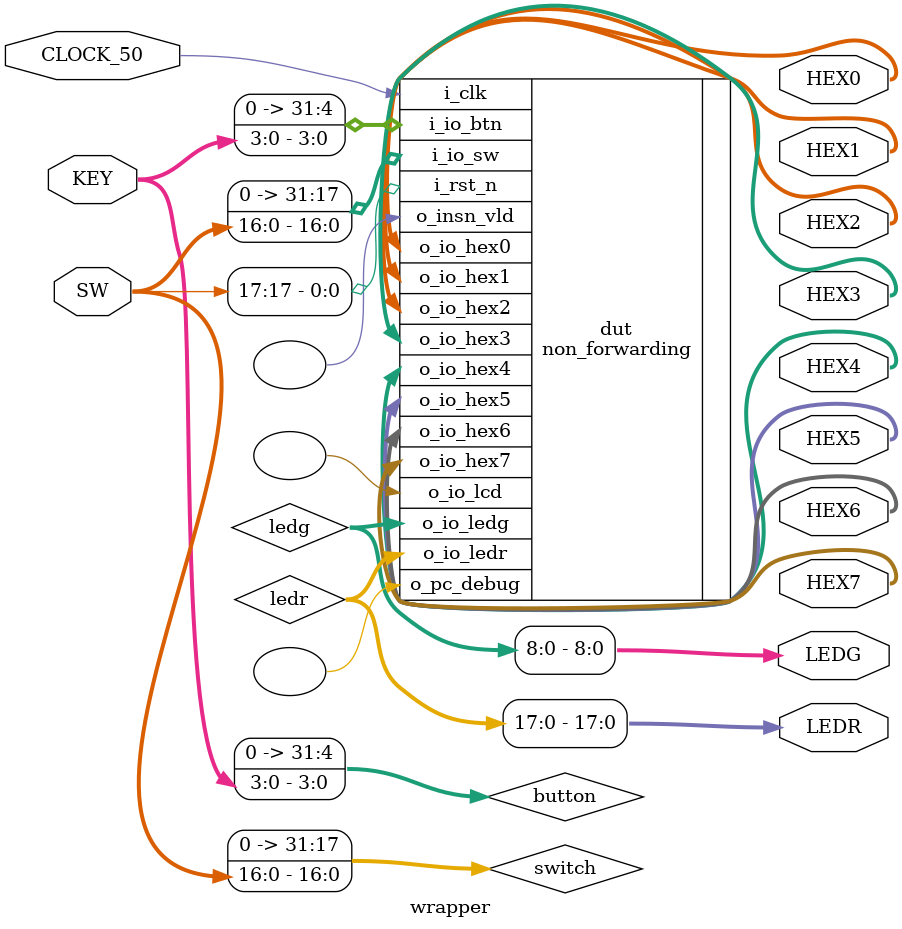
<source format=sv>
module wrapper (
  // inputs
	input  logic [17:0] SW,
	input logic [3:0] KEY,
	input logic CLOCK_50,
  
  // outputs
	output logic [17:0] LEDR,
	output logic [8:0] LEDG,
	output logic [6:0] HEX0,
	output logic [6:0] HEX1,
	output logic [6:0] HEX2,
	output logic [6:0] HEX3,
	output logic [6:0] HEX4,
	output logic [6:0] HEX5,
	output logic [6:0] HEX6,
	output logic [6:0] HEX7
  
  /*SRAM
	output reg [17:0] SRAM_ADDR,
	inout wire [15:0] SRAM_DQ,
	output reg	  SRAM_CE_N,
	output reg    	  SRAM_WE_N,
	output reg 		  SRAM_LB_N,
	output reg 		  SRAM_UB_N,
	output reg 		  SRAM_OE_N*/
  
);
	logic [31:0] switch;
	assign switch = {25'b0, SW[16:0]};
wire [31:0] button;
assign button = {28'b0,KEY};
wire [31:0] ledr, ledg;
assign LEDR = ledr[17:0];
assign LEDG = ledg[8:0];


  non_forwarding dut (
   .i_clk(CLOCK_50),
	.i_rst_n(SW[17]),
	.i_io_sw(switch),
	.i_io_btn(button),
//output
	.o_pc_debug(),
	.o_insn_vld(),
	.o_io_ledr(ledr),
	.o_io_ledg(ledg),
	.o_io_hex0(HEX0),
	.o_io_hex1(HEX1),
	.o_io_hex2(HEX2),
	.o_io_hex3(HEX3),
	.o_io_hex4(HEX4),
	.o_io_hex5(HEX5),
	.o_io_hex6(HEX6),
	.o_io_hex7(HEX7),
	.o_io_lcd()
/*
	.SRAM_ADDR(SRAM_ADDR),
	.SRAM_DQ(SRAM_DQ),
	.SRAM_CE_N(SRAM_CE_N),
	.SRAM_WE_N(SRAM_WE_N),
	.SRAM_LB_N(SRAM_LB_N),
	.SRAM_UB_N(SRAM_UB_N),
	.SRAM_OE_N(SRAM_OE_N)*/
	);

endmodule : wrapper
</source>
